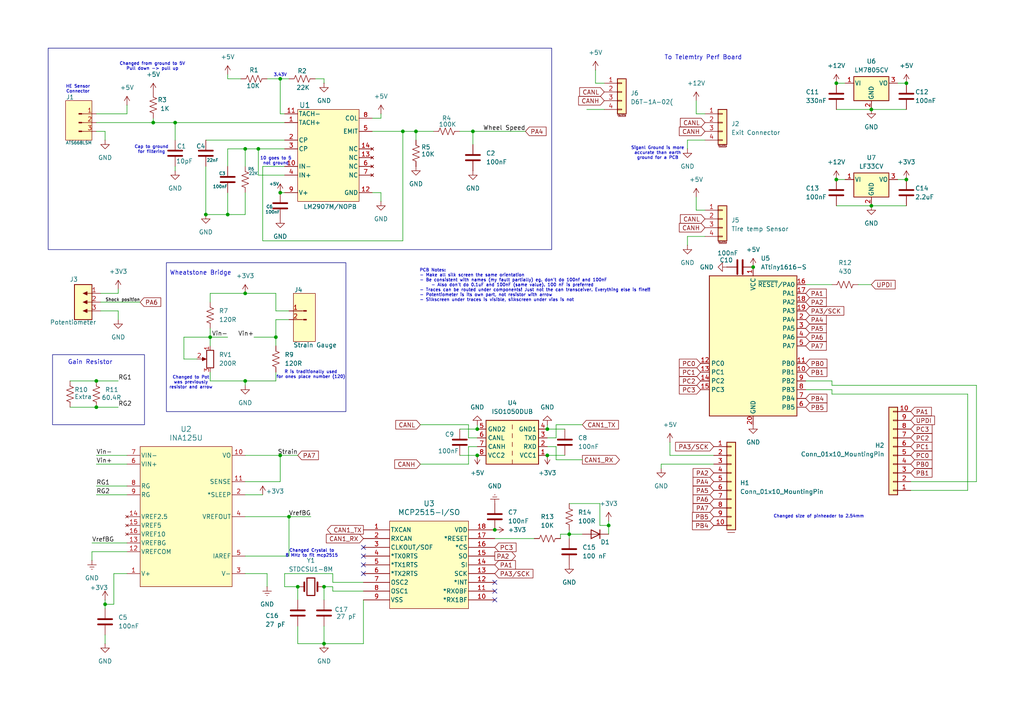
<source format=kicad_sch>
(kicad_sch (version 20231120) (generator "eeschema") (generator_version "8.0")
  (paper "A4")
  (title_block (title "Peripheral Board") (date "2025-02-23") (rev "2.10"))
  (junction (at 138.43 124.46))
  (junction (at 262.89 52.07))
  (junction (at 59.69 62.23))
  (junction (at 93.98 170.18))
  (junction (at 71.12 43.18))
  (junction (at 80.01 97.79))
  (junction (at 93.98 186.69))
  (junction (at 242.57 52.07))
  (junction (at 44.45 35.56))
  (junction (at 165.1 154.94))
  (junction (at 83.82 149.86))
  (junction (at 137.16 38.1))
  (junction (at 81.28 132.08))
  (junction (at 143.51 153.67))
  (junction (at 81.28 55.88))
  (junction (at 86.36 170.18))
  (junction (at 158.75 132.08))
  (junction (at 66.04 62.23))
  (junction (at 242.57 24.13))
  (junction (at 252.73 59.69))
  (junction (at 262.89 24.13))
  (junction (at 176.53 152.4))
  (junction (at 218.44 77.47))
  (junction (at 138.43 132.08))
  (junction (at 74.93 43.18))
  (junction (at 116.84 38.1))
  (junction (at 252.73 31.75))
  (junction (at 71.12 85.09))
  (junction (at 81.28 22.86))
  (junction (at 27.94 118.11))
  (junction (at 158.75 124.46))
  (junction (at 27.94 110.49))
  (junction (at 71.12 110.49))
  (junction (at 120.65 38.1))
  (junction (at 50.8 35.56))
  (junction (at 60.96 97.79))
  (junction (at 30.48 175.26))
  (no_connect (at 143.51 171.45))
  (no_connect (at 105.41 161.29))
  (no_connect (at 105.41 158.75))
  (no_connect (at 105.41 166.37))
  (no_connect (at 105.41 163.83))
  (no_connect (at 143.51 168.91))
  (no_connect (at 143.51 173.99))
  (wire (pts (xy 241.3 111.76) (xy 283.21 111.76)))
  (wire (pts (xy 204.47 33.02) (xy 201.93 33.02)))
  (wire (pts (xy 93.98 186.69) (xy 86.36 186.69)))
  (wire (pts (xy 241.3 111.76) (xy 241.3 110.49)))
  (wire (pts (xy 283.21 139.7) (xy 264.16 139.7)))
  (wire (pts (xy 60.96 85.09) (xy 60.96 87.63)))
  (wire (pts (xy 161.29 123.19) (xy 168.91 123.19)))
  (wire (pts (xy 165.1 146.05) (xy 173.99 146.05)))
  (wire (pts (xy 36.83 30.48) (xy 36.83 33.02)))
  (wire (pts (xy 71.12 55.88) (xy 71.12 62.23)))
  (wire (pts (xy 33.02 175.26) (xy 30.48 175.26)))
  (wire (pts (xy 93.98 186.69) (xy 105.41 186.69)))
  (wire (pts (xy 36.83 160.02) (xy 26.67 160.02)))
  (wire (pts (xy 207.01 132.08) (xy 194.31 132.08)))
  (wire (pts (xy 20.32 110.49) (xy 27.94 110.49)))
  (wire (pts (xy 20.32 118.11) (xy 27.94 118.11)))
  (wire (pts (xy 81.28 22.86) (xy 81.28 33.02)))
  (wire (pts (xy 242.57 31.75) (xy 252.73 31.75)))
  (wire (pts (xy 158.75 123.19) (xy 158.75 124.46)))
  (wire (pts (xy 66.04 43.18) (xy 66.04 48.26)))
  (wire (pts (xy 96.52 166.37) (xy 82.55 166.37)))
  (wire (pts (xy 162.56 156.21) (xy 162.56 154.94)))
  (wire (pts (xy 260.35 24.13) (xy 262.89 24.13)))
  (wire (pts (xy 69.85 22.86) (xy 66.04 22.86)))
  (wire (pts (xy 175.26 31.75) (xy 170.18 31.75)))
  (wire (pts (xy 176.53 154.94) (xy 176.53 152.4)))
  (wire (pts (xy 105.41 186.69) (xy 105.41 173.99)))
  (wire (pts (xy 93.98 170.18) (xy 93.98 173.99)))
  (wire (pts (xy 80.01 97.79) (xy 80.01 100.33)))
  (wire (pts (xy 71.12 85.09) (xy 60.96 85.09)))
  (wire (pts (xy 137.16 38.1) (xy 133.35 38.1)))
  (wire (pts (xy 83.82 92.71) (xy 80.01 92.71)))
  (wire (pts (xy 60.96 95.25) (xy 60.96 97.79)))
  (wire (pts (xy 116.84 38.1) (xy 120.65 38.1)))
  (wire (pts (xy 82.55 50.8) (xy 74.93 50.8)))
  (wire (pts (xy 27.94 33.02) (xy 36.83 33.02)))
  (wire (pts (xy 27.94 140.97) (xy 36.83 140.97)))
  (wire (pts (xy 83.82 149.86) (xy 83.82 161.29)))
  (wire (pts (xy 120.65 38.1) (xy 120.65 40.64)))
  (wire (pts (xy 26.67 157.48) (xy 36.83 157.48)))
  (wire (pts (xy 138.43 129.54) (xy 135.89 129.54)))
  (wire (pts (xy 110.49 55.88) (xy 107.95 55.88)))
  (wire (pts (xy 76.2 143.51) (xy 71.12 143.51)))
  (wire (pts (xy 280.67 114.3) (xy 280.67 142.24)))
  (wire (pts (xy 86.36 181.61) (xy 86.36 186.69)))
  (wire (pts (xy 110.49 33.02) (xy 110.49 34.29)))
  (wire (pts (xy 27.94 143.51) (xy 36.83 143.51)))
  (wire (pts (xy 66.04 22.86) (xy 66.04 21.59)))
  (wire (pts (xy 175.26 24.13) (xy 172.72 24.13)))
  (wire (pts (xy 283.21 111.76) (xy 283.21 139.7)))
  (wire (pts (xy 34.29 90.17) (xy 34.29 92.71)))
  (wire (pts (xy 120.65 38.1) (xy 125.73 38.1)))
  (wire (pts (xy 71.12 62.23) (xy 66.04 62.23)))
  (wire (pts (xy 82.55 33.02) (xy 81.28 33.02)))
  (wire (pts (xy 252.73 59.69) (xy 262.89 59.69)))
  (wire (pts (xy 204.47 60.96) (xy 201.93 60.96)))
  (wire (pts (xy 29.21 87.63) (xy 40.64 87.63)))
  (wire (pts (xy 30.48 175.26) (xy 30.48 176.53)))
  (wire (pts (xy 71.12 132.08) (xy 81.28 132.08)))
  (wire (pts (xy 66.04 62.23) (xy 59.69 62.23)))
  (wire (pts (xy 83.82 90.17) (xy 80.01 90.17)))
  (wire (pts (xy 137.16 41.91) (xy 137.16 38.1)))
  (wire (pts (xy 204.47 40.64) (xy 199.39 40.64)))
  (wire (pts (xy 77.47 166.37) (xy 71.12 166.37)))
  (wire (pts (xy 96.52 170.18) (xy 96.52 171.45)))
  (wire (pts (xy 133.35 132.08) (xy 138.43 132.08)))
  (wire (pts (xy 280.67 142.24) (xy 264.16 142.24)))
  (wire (pts (xy 71.12 43.18) (xy 74.93 43.18)))
  (wire (pts (xy 116.84 69.85) (xy 116.84 38.1)))
  (wire (pts (xy 201.93 33.02) (xy 201.93 29.21)))
  (wire (pts (xy 81.28 22.86) (xy 83.82 22.86)))
  (wire (pts (xy 60.96 97.79) (xy 53.34 97.79)))
  (wire (pts (xy 158.75 132.08) (xy 163.83 132.08)))
  (wire (pts (xy 165.1 153.67) (xy 165.1 154.94)))
  (wire (pts (xy 172.72 24.13) (xy 172.72 20.32)))
  (wire (pts (xy 248.92 82.55) (xy 252.73 82.55)))
  (wire (pts (xy 199.39 40.64) (xy 199.39 43.18)))
  (wire (pts (xy 135.89 134.62) (xy 121.92 134.62)))
  (wire (pts (xy 242.57 59.69) (xy 252.73 59.69)))
  (wire (pts (xy 77.47 170.18) (xy 77.47 166.37)))
  (wire (pts (xy 36.83 166.37) (xy 33.02 166.37)))
  (wire (pts (xy 81.28 55.88) (xy 82.55 55.88)))
  (wire (pts (xy 59.69 48.26) (xy 59.69 62.23)))
  (wire (pts (xy 173.99 146.05) (xy 173.99 152.4)))
  (wire (pts (xy 93.98 22.86) (xy 93.98 24.13)))
  (wire (pts (xy 53.34 104.14) (xy 57.15 104.14)))
  (wire (pts (xy 241.3 114.3) (xy 241.3 113.03)))
  (wire (pts (xy 71.12 139.7) (xy 81.28 139.7)))
  (wire (pts (xy 242.57 24.13) (xy 245.11 24.13)))
  (wire (pts (xy 252.73 31.75) (xy 262.89 31.75)))
  (wire (pts (xy 173.99 152.4) (xy 176.53 152.4)))
  (wire (pts (xy 73.66 97.79) (xy 80.01 97.79)))
  (wire (pts (xy 96.52 171.45) (xy 105.41 171.45)))
  (wire (pts (xy 143.51 156.21) (xy 154.94 156.21)))
  (wire (pts (xy 165.1 156.21) (xy 165.1 154.94)))
  (wire (pts (xy 81.28 139.7) (xy 81.28 132.08)))
  (wire (pts (xy 233.68 82.55) (xy 241.3 82.55)))
  (wire (pts (xy 207.01 134.62) (xy 191.77 134.62)))
  (wire (pts (xy 135.89 123.19) (xy 121.92 123.19)))
  (wire (pts (xy 110.49 58.42) (xy 110.49 55.88)))
  (wire (pts (xy 60.96 110.49) (xy 71.12 110.49)))
  (wire (pts (xy 60.96 97.79) (xy 60.96 100.33)))
  (wire (pts (xy 30.48 38.1) (xy 30.48 40.64)))
  (wire (pts (xy 76.2 69.85) (xy 116.84 69.85)))
  (wire (pts (xy 50.8 35.56) (xy 50.8 40.64)))
  (wire (pts (xy 241.3 110.49) (xy 233.68 110.49)))
  (wire (pts (xy 241.3 114.3) (xy 280.67 114.3)))
  (wire (pts (xy 44.45 34.29) (xy 44.45 35.56)))
  (wire (pts (xy 90.17 149.86) (xy 83.82 149.86)))
  (wire (pts (xy 34.29 83.82) (xy 34.29 85.09)))
  (wire (pts (xy 199.39 68.58) (xy 199.39 71.12)))
  (wire (pts (xy 161.29 133.35) (xy 168.91 133.35)))
  (wire (pts (xy 158.75 127) (xy 161.29 127)))
  (wire (pts (xy 71.12 110.49) (xy 71.12 111.76)))
  (wire (pts (xy 26.67 160.02) (xy 26.67 162.56)))
  (wire (pts (xy 34.29 85.09) (xy 29.21 85.09)))
  (wire (pts (xy 27.94 35.56) (xy 44.45 35.56)))
  (wire (pts (xy 50.8 48.26) (xy 50.8 49.53)))
  (wire (pts (xy 93.98 181.61) (xy 93.98 186.69)))
  (wire (pts (xy 158.75 129.54) (xy 161.29 129.54)))
  (wire (pts (xy 162.56 154.94) (xy 165.1 154.94)))
  (wire (pts (xy 107.95 38.1) (xy 116.84 38.1)))
  (wire (pts (xy 86.36 170.18) (xy 86.36 173.99)))
  (wire (pts (xy 204.47 68.58) (xy 199.39 68.58)))
  (wire (pts (xy 161.29 129.54) (xy 161.29 133.35)))
  (wire (pts (xy 27.94 110.49) (xy 34.29 110.49)))
  (wire (pts (xy 133.35 124.46) (xy 138.43 124.46)))
  (wire (pts (xy 176.53 152.4) (xy 176.53 151.13)))
  (wire (pts (xy 66.04 97.79) (xy 60.96 97.79)))
  (wire (pts (xy 27.94 38.1) (xy 30.48 38.1)))
  (wire (pts (xy 71.12 43.18) (xy 71.12 48.26)))
  (wire (pts (xy 138.43 127) (xy 135.89 127)))
  (wire (pts (xy 82.55 166.37) (xy 82.55 170.18)))
  (wire (pts (xy 83.82 161.29) (xy 71.12 161.29)))
  (wire (pts (xy 80.01 85.09) (xy 71.12 85.09)))
  (wire (pts (xy 29.21 90.17) (xy 34.29 90.17)))
  (wire (pts (xy 91.44 22.86) (xy 93.98 22.86)))
  (wire (pts (xy 66.04 55.88) (xy 66.04 62.23)))
  (wire (pts (xy 135.89 127) (xy 135.89 123.19)))
  (wire (pts (xy 260.35 52.07) (xy 262.89 52.07)))
  (wire (pts (xy 76.2 48.26) (xy 76.2 69.85)))
  (wire (pts (xy 59.69 40.64) (xy 82.55 40.64)))
  (wire (pts (xy 74.93 43.18) (xy 74.93 50.8)))
  (wire (pts (xy 27.94 134.62) (xy 36.83 134.62)))
  (wire (pts (xy 27.94 118.11) (xy 34.29 118.11)))
  (wire (pts (xy 80.01 92.71) (xy 80.01 97.79)))
  (wire (pts (xy 71.12 149.86) (xy 83.82 149.86)))
  (wire (pts (xy 81.28 132.08) (xy 86.36 132.08)))
  (wire (pts (xy 60.96 107.95) (xy 60.96 110.49)))
  (wire (pts (xy 77.47 22.86) (xy 81.28 22.86)))
  (wire (pts (xy 158.75 124.46) (xy 163.83 124.46)))
  (wire (pts (xy 50.8 35.56) (xy 82.55 35.56)))
  (wire (pts (xy 137.16 38.1) (xy 152.4 38.1)))
  (wire (pts (xy 53.34 97.79) (xy 53.34 104.14)))
  (wire (pts (xy 93.98 170.18) (xy 96.52 170.18)))
  (wire (pts (xy 233.68 113.03) (xy 241.3 113.03)))
  (wire (pts (xy 191.77 134.62) (xy 191.77 135.89)))
  (wire (pts (xy 161.29 127) (xy 161.29 123.19)))
  (wire (pts (xy 242.57 52.07) (xy 245.11 52.07)))
  (wire (pts (xy 110.49 34.29) (xy 107.95 34.29)))
  (wire (pts (xy 194.31 132.08) (xy 194.31 128.27)))
  (wire (pts (xy 165.1 154.94) (xy 168.91 154.94)))
  (wire (pts (xy 74.93 43.18) (xy 82.55 43.18)))
  (wire (pts (xy 33.02 166.37) (xy 33.02 175.26)))
  (wire (pts (xy 138.43 123.19) (xy 138.43 124.46)))
  (wire (pts (xy 82.55 170.18) (xy 86.36 170.18)))
  (wire (pts (xy 71.12 110.49) (xy 80.01 110.49)) (stroke (width 0) (color 0 132 0 1)))
  (wire (pts (xy 30.48 173.99) (xy 30.48 175.26)))
  (wire (pts (xy 27.94 132.08) (xy 36.83 132.08)))
  (wire (pts (xy 135.89 129.54) (xy 135.89 134.62)))
  (wire (pts (xy 80.01 90.17) (xy 80.01 85.09)))
  (wire (pts (xy 80.01 107.95) (xy 80.01 110.49)))
  (wire (pts (xy 44.45 35.56) (xy 50.8 35.56)))
  (wire (pts (xy 71.12 43.18) (xy 66.04 43.18)))
  (wire (pts (xy 105.41 168.91) (xy 96.52 168.91)))
  (wire (pts (xy 30.48 184.15) (xy 30.48 186.69)))
  (wire (pts (xy 82.55 48.26) (xy 76.2 48.26)))
  (wire (pts (xy 201.93 60.96) (xy 201.93 57.15)))
  (wire (pts (xy 96.52 168.91) (xy 96.52 166.37)))
  (rectangle (start 85.09 85.09) (end 91.44 99.06) (stroke (width 0) (color 132 0 0 1)) (fill (type color) (color 255 255 194 1)))
  (rectangle (start 15.24 102.87) (end 41.91 123.19) (stroke (width 0) (color 0 0 132 1)))
  (rectangle (start 48.26 76.2) (end 100.33 119.38) (stroke (width 0) (color 0 0 132 1)))
  (rectangle (start 13.97 13.97) (end 160.02 72.39) (stroke (width 0) (color 0 0 132 1)))
  (text "" (at 23.114 45.212 0) (effects (font (size 0.889 0.889))))
  (text "Changed size of pinheader to 2.54mm" (at 237.49 149.86 0) (effects (font (size 0.889 0.889))))
  (text "Cap to ground\nfor filtering" (at 43.942 43.434 0) (effects (font (size 0.889 0.889))))
  (text "HE Sensor\nConnector" (at 22.606 25.908 0) (effects (font (size 0.889 0.889))))
  (text "To Telemtry Perf Board\n" (at 203.962 16.764 0) (effects (font (size 1.27 1.27))))
  (text "Gain Resistor\n" (at 26.162 105.156 0) (effects (font (size 1.27 1.27))))
  (text "Changed to Pot\nwas previously\nresistor and arrow" (at 55.372 110.998 0) (effects (font (size 0.889 0.889))))
  (text "" (at 88.392 30.48 0) (effects (font (size 1.27 1.27))))
  (text "PCB Notes:\n- Make all silk screen the same orientation\n- Be consistent with names (my fault partially) eg. don't do 100nf and 100nF\n	- Also don't do 0.1uF and 100nF (same value). 100 nF is preferred\n- Traces can be routed under components! Just not the can transceiver. Everything else is fine!!\n- Potentiometer is its own part, not resistor with arrow\n- Silkscreen under traces is visible, silkscreen under vias is not\n" (at 121.666 82.804 0) (effects (font (size 0.889 0.889)) (justify left)))
  (text "Changed from ground to 5V\nPull down -> pull up" (at 44.196 19.304 0) (effects (font (size 0.889 0.889))))
  (text "10 goes to 5\nnot ground" (at 80.01 46.736 0) (effects (font (size 0.889 0.889))))
  (text "Changed Crystal to\n8 MHz to fit mcp2515" (at 90.424 160.528 0) (effects (font (size 0.889 0.889))))
  (text "R is traditionally used\nfor ones place number (120)" (at 90.17 108.712 0) (effects (font (size 0.889 0.889))))
  (text "Siganl Ground is more\naccurate than earth\nground for a PCB" (at 190.754 44.45 0) (effects (font (size 0.889 0.889))))
  (text "Wheatstone Bridge\n" (at 58.166 79.248 0) (effects (font (size 1.27 1.27))))
  (text "3.43V" (at 81.28 21.844 0) (effects (font (size 0.889 0.889))))
  (label "Vin-" (at 66.04 97.79 180))
  (label "RG2" (at 27.94 143.51 0))
  (label "Shock position" (at 40.64 87.63 180) (effects (font (size 0.889 0.889))))
  (label "VrefBG" (at 26.67 157.48 0))
  (label "Vin+" (at 27.94 134.62 0))
  (label "Vin-" (at 27.94 132.08 0))
  (label "VrefBG" (at 90.17 149.86 180))
  (label "Strain" (at 86.36 132.08 180))
  (label "Wheel Speed" (at 152.4 38.1 180))
  (label "RG2" (at 34.29 118.11 0))
  (label "Vin+" (at 73.66 97.79 180))
  (label "RG1" (at 34.29 110.49 0))
  (label "RG1" (at 27.94 140.97 0))
  (global_label "CANL" (shape input) (at 204.47 35.56 180) (property "Intersheetrefs" "${INTERSHEET_REFS}" (effects (hide yes))))
  (global_label "CANH" (shape input) (at 121.92 134.62 180) (property "Intersheetrefs" "${INTERSHEET_REFS}" (effects (hide yes))))
  (global_label "PC2" (shape input) (at 203.2 110.49 180) (property "Intersheetrefs" "${INTERSHEET_REFS}" (effects (hide yes))))
  (global_label "PC3" (shape input) (at 203.2 113.03 180) (property "Intersheetrefs" "${INTERSHEET_REFS}" (effects (hide yes))))
  (global_label "PA6" (shape input) (at 40.64 87.63 0) (property "Intersheetrefs" "${INTERSHEET_REFS}" (effects (hide yes))))
  (global_label "PA4" (shape input) (at 233.68 92.71 0) (property "Intersheetrefs" "${INTERSHEET_REFS}" (effects (hide yes))))
  (global_label "CAN1_TX" (shape output) (at 105.41 153.67 180) (property "Intersheetrefs" "${INTERSHEET_REFS}" (effects (hide yes))))
  (global_label "PA2" (shape input) (at 233.68 87.63 0) (property "Intersheetrefs" "${INTERSHEET_REFS}" (effects (hide yes))))
  (global_label "PB4" (shape input) (at 207.01 152.4 180) (property "Intersheetrefs" "${INTERSHEET_REFS}" (effects (hide yes))))
  (global_label "CANH" (shape input) (at 204.47 66.04 180) (property "Intersheetrefs" "${INTERSHEET_REFS}" (effects (hide yes))))
  (global_label "PA2" (shape input) (at 207.01 137.16 180) (property "Intersheetrefs" "${INTERSHEET_REFS}" (effects (hide yes))))
  (global_label "PA7" (shape input) (at 207.01 147.32 180) (property "Intersheetrefs" "${INTERSHEET_REFS}" (effects (hide yes))))
  (global_label "CANL" (shape input) (at 121.92 123.19 180) (property "Intersheetrefs" "${INTERSHEET_REFS}" (effects (hide yes))))
  (global_label "PC3" (shape input) (at 143.51 158.75 0) (property "Intersheetrefs" "${INTERSHEET_REFS}" (effects (hide yes))))
  (global_label "PA3{slash}SCK" (shape input) (at 207.01 129.54 180) (property "Intersheetrefs" "${INTERSHEET_REFS}" (effects (hide yes))))
  (global_label "PC0" (shape input) (at 264.16 132.08 0) (property "Intersheetrefs" "${INTERSHEET_REFS}" (effects (hide yes))))
  (global_label "PA4" (shape input) (at 207.01 139.7 180) (property "Intersheetrefs" "${INTERSHEET_REFS}" (effects (hide yes))))
  (global_label "PB5" (shape input) (at 207.01 149.86 180) (property "Intersheetrefs" "${INTERSHEET_REFS}" (effects (hide yes))))
  (global_label "PA5" (shape input) (at 233.68 95.25 0) (property "Intersheetrefs" "${INTERSHEET_REFS}" (effects (hide yes))))
  (global_label "PA5" (shape input) (at 207.01 142.24 180) (property "Intersheetrefs" "${INTERSHEET_REFS}" (effects (hide yes))))
  (global_label "CAN1_TX" (shape input) (at 168.91 123.19 0) (property "Intersheetrefs" "${INTERSHEET_REFS}" (effects (hide yes))))
  (global_label "PC2" (shape input) (at 264.16 127 0) (property "Intersheetrefs" "${INTERSHEET_REFS}" (effects (hide yes))))
  (global_label "PB1" (shape input) (at 233.68 107.95 0) (property "Intersheetrefs" "${INTERSHEET_REFS}" (effects (hide yes))))
  (global_label "PC3" (shape input) (at 264.16 124.46 0) (property "Intersheetrefs" "${INTERSHEET_REFS}" (effects (hide yes))))
  (global_label "PB4" (shape input) (at 233.68 115.57 0) (property "Intersheetrefs" "${INTERSHEET_REFS}" (effects (hide yes))))
  (global_label "CAN1_RX" (shape output) (at 168.91 133.35 0) (property "Intersheetrefs" "${INTERSHEET_REFS}" (effects (hide yes))))
  (global_label "PB1" (shape input) (at 264.16 137.16 0) (property "Intersheetrefs" "${INTERSHEET_REFS}" (effects (hide yes))))
  (global_label "PA7" (shape input) (at 86.36 132.08 0) (property "Intersheetrefs" "${INTERSHEET_REFS}" (effects (hide yes))))
  (global_label "PA6" (shape input) (at 233.68 97.79 0) (property "Intersheetrefs" "${INTERSHEET_REFS}" (effects (hide yes))))
  (global_label "PA1" (shape input) (at 264.16 119.38 0) (property "Intersheetrefs" "${INTERSHEET_REFS}" (effects (hide yes))))
  (global_label "CANH" (shape input) (at 175.26 29.21 180) (property "Intersheetrefs" "${INTERSHEET_REFS}" (effects (hide yes))))
  (global_label "PA6" (shape input) (at 207.01 144.78 180) (property "Intersheetrefs" "${INTERSHEET_REFS}" (effects (hide yes))))
  (global_label "PC1" (shape input) (at 203.2 107.95 180) (property "Intersheetrefs" "${INTERSHEET_REFS}" (effects (hide yes))))
  (global_label "PB0" (shape input) (at 233.68 105.41 0) (property "Intersheetrefs" "${INTERSHEET_REFS}" (effects (hide yes))))
  (global_label "PB0" (shape input) (at 264.16 134.62 0) (property "Intersheetrefs" "${INTERSHEET_REFS}" (effects (hide yes))))
  (global_label "PA2" (shape output) (at 143.51 161.29 0) (property "Intersheetrefs" "${INTERSHEET_REFS}" (effects (hide yes))))
  (global_label "CANL" (shape input) (at 175.26 26.67 180) (property "Intersheetrefs" "${INTERSHEET_REFS}" (effects (hide yes))))
  (global_label "PA4" (shape input) (at 152.4 38.1 0) (property "Intersheetrefs" "${INTERSHEET_REFS}" (effects (hide yes))))
  (global_label "PA1" (shape input) (at 143.51 163.83 0) (property "Intersheetrefs" "${INTERSHEET_REFS}" (effects (hide yes))))
  (global_label "UPDI" (shape input) (at 252.73 82.55 0) (property "Intersheetrefs" "${INTERSHEET_REFS}" (effects (hide yes))))
  (global_label "PA7" (shape input) (at 233.68 100.33 0) (property "Intersheetrefs" "${INTERSHEET_REFS}" (effects (hide yes))))
  (global_label "CANL" (shape input) (at 204.47 63.5 180) (property "Intersheetrefs" "${INTERSHEET_REFS}" (effects (hide yes))))
  (global_label "CAN1_RX" (shape input) (at 105.41 156.21 180) (property "Intersheetrefs" "${INTERSHEET_REFS}" (effects (hide yes))))
  (global_label "PA3{slash}SCK" (shape input) (at 233.68 90.17 0) (property "Intersheetrefs" "${INTERSHEET_REFS}" (effects (hide yes))))
  (global_label "PA3{slash}SCK" (shape input) (at 143.51 166.37 0) (property "Intersheetrefs" "${INTERSHEET_REFS}" (effects (hide yes))))
  (global_label "PB5" (shape input) (at 233.68 118.11 0) (property "Intersheetrefs" "${INTERSHEET_REFS}" (effects (hide yes))))
  (global_label "UPDI" (shape input) (at 264.16 121.92 0) (property "Intersheetrefs" "${INTERSHEET_REFS}" (effects (hide yes))))
  (global_label "CANH" (shape input) (at 204.47 38.1 180) (property "Intersheetrefs" "${INTERSHEET_REFS}" (effects (hide yes))))
  (global_label "PC0" (shape input) (at 203.2 105.41 180) (property "Intersheetrefs" "${INTERSHEET_REFS}" (effects (hide yes))))
  (global_label "PA1" (shape input) (at 233.68 85.09 0) (property "Intersheetrefs" "${INTERSHEET_REFS}" (effects (hide yes))))
  (global_label "PC1" (shape input) (at 264.16 129.54 0) (property "Intersheetrefs" "${INTERSHEET_REFS}" (effects (hide yes))))
  (symbol (lib_id "power:+5V") (at 110.49 33.02 0) (unit 1)
    (property "Reference" "#PWR05" (effects (hide yes)))
    (property "Value" "+5V" (at 110.49 27.94 0))
    (property "Description" "Power symbol creates a global label with name \"+5V\"" (effects (hide yes)))
  )
  (symbol (lib_id "power:+3V3") (at 71.12 85.09 0) (unit 1)
    (property "Reference" "#PWR016" (effects (hide yes)))
    (property "Value" "+3V3" (at 71.12 80.01 0))
    (property "Description" "Power symbol creates a global label with name \"+3V3\"" (effects (hide yes)))
  )
  (symbol (lib_id "Device:C") (at 214.63 77.47 90) (unit 1)
    (property "Reference" "C10" (at 212.598 75.438 90) (effects (justify left)))
    (property "Value" "100nF" (at 214.122 73.406 90) (effects (justify left)))
    (property "Footprint" "Capacitor_SMD:C_0805_2012Metric_Pad1.18x1.45mm_HandSolder" (effects (hide yes)))
    (property "Description" "Unpolarized capacitor" (effects (hide yes)))
  )
  (symbol (lib_id "Device:R_US") (at 87.63 22.86 90) (unit 1)
    (property "Reference" "R2" (at 87.63 20.574 90))
    (property "Value" "10K" (at 73.406 24.892 90))
    (property "Footprint" "Resistor_SMD:R_0805_2012Metric_Pad1.20x1.40mm_HandSolder" (effects (hide yes)))
    (property "Description" "Resistor, US symbol" (effects (hide yes)))
  )
  (symbol (lib_id "power:GND") (at 158.75 123.19 180) (unit 1)
    (property "Reference" "#PWR029" (effects (hide yes)))
    (property "Value" "GND" (at 158.75 118.11 0))
    (property "Description" "Power symbol creates a global label with name \"GND\" , ground" (effects (hide yes)))
  )
  (symbol (lib_id "Device:R_US") (at 245.11 82.55 90) (unit 1)
    (property "Reference" "R12" (at 245.11 76.2 90))
    (property "Value" "430" (at 245.11 78.74 90))
    (property "Footprint" "Resistor_SMD:R_0805_2012Metric_Pad1.20x1.40mm_HandSolder" (effects (hide yes)))
    (property "Description" "Resistor, US symbol" (effects (hide yes)))
  )
  (symbol (lib_id "power:GND") (at 30.48 186.69 0) (unit 1)
    (property "Reference" "#PWR020" (effects (hide yes)))
    (property "Value" "GND" (at 30.48 191.77 0))
    (property "Description" "Power symbol creates a global label with name \"GND\" , ground" (effects (hide yes)))
  )
  (symbol (lib_id "Device:C") (at 66.04 52.07 0) (unit 1)
    (property "Reference" "C3" (at 63.5 50.292 0) (effects (font (size 0.889 0.889)) (justify left)))
    (property "Value" "100nF" (at 61.722 54.102 0) (effects (font (size 0.889 0.889)) (justify left)))
    (property "Footprint" "Capacitor_SMD:C_0805_2012Metric_Pad1.18x1.45mm_HandSolder" (effects (hide yes)))
    (property "Description" "Unpolarized capacitor" (effects (hide yes)))
  )
  (symbol (lib_id "Device:R_US") (at 71.12 52.07 0) (unit 1)
    (property "Reference" "R6" (at 71.882 49.022 0) (effects (font (size 0.889 0.889)) (justify left)))
    (property "Value" "22K" (at 72.136 50.292 0) (effects (font (size 0.889 0.889)) (justify left)))
    (property "Footprint" "Resistor_SMD:R_0805_2012Metric_Pad1.20x1.40mm_HandSolder" (effects (hide yes)))
    (property "Description" "Resistor, US symbol" (effects (hide yes)))
  )
  (symbol (lib_id "power:+3.3V") (at 176.53 151.13 0) (unit 1)
    (property "Reference" "#PWR042" (effects (hide yes)))
    (property "Value" "+3V3" (at 176.53 146.05 0))
    (property "Description" "Power symbol creates a global label with name \"+3.3V\"" (effects (hide yes)))
  )
  (symbol (lib_id "power:GND") (at 165.1 163.83 0) (unit 1)
    (property "Reference" "#PWR027" (effects (hide yes)))
    (property "Value" "GND" (at 165.1 168.91 0))
    (property "Description" "Power symbol creates a global label with name \"GND\" , ground" (effects (hide yes)))
  )
  (symbol (lib_id "power:+5V") (at 262.89 24.13 0) (unit 1)
    (property "Reference" "#PWR038" (effects (hide yes)))
    (property "Value" "+5V" (at 262.89 19.05 0))
  )
  (symbol (lib_id "Device:C") (at 50.8 44.45 0) (unit 1)
    (property "Reference" "C1" (at 51.308 42.418 0) (effects (justify left)))
    (property "Value" "10pF" (at 51.054 46.736 0) (effects (justify left)))
    (property "Footprint" "Capacitor_SMD:C_0805_2012Metric_Pad1.18x1.45mm_HandSolder" (effects (hide yes)))
    (property "Description" "Unpolarized capacitor" (effects (hide yes)))
  )
  (symbol (lib_id "power:+3V3") (at 158.75 132.08 180) (unit 1)
    (property "Reference" "#PWR031" (effects (hide yes)))
    (property "Value" "+3V3" (at 158.75 137.16 0))
    (property "Description" "Power symbol creates a global label with name \"+3V3\"" (effects (hide yes)))
  )
  (symbol (lib_id "power:+3V3") (at 30.48 173.99 0) (unit 1)
    (property "Reference" "#PWR019" (effects (hide yes)))
    (property "Value" "+3V3" (at 28.702 170.434 0))
    (property "Description" "Power symbol creates a global label with name \"+3V3\"" (effects (hide yes)))
  )
  (symbol (lib_id "power:GND") (at 252.73 59.69 0) (unit 1)
    (property "Reference" "#PWR040" (effects (hide yes)))
    (property "Value" "GND" (at 252.73 64.77 0))
  )
  (symbol (lib_id "MCU_Microchip_ATtiny:ATtiny1616-S") (at 218.44 100.33 0) (unit 1)
    (property "Reference" "U5" (at 220.6341 74.93 0) (effects (justify left)))
    (property "Value" "ATtiny1616-S" (at 220.6341 77.47 0) (effects (justify left)))
    (property "Footprint" "Package_SO:SOIC-20W_7.5x12.8mm_P1.27mm" (effects (hide yes)))
    (property "Datasheet" "http://ww1.microchip.com/downloads/en/DeviceDoc/ATtiny3216_ATtiny1616-data-sheet-40001997B.pdf" (effects (hide yes)))
    (property "Description" "20MHz, 16kB Flash, 2kB SRAM, 256B EEPROM, SOIC-20" (effects (hide yes)))
  )
  (symbol (lib_id "power:GND") (at 252.73 31.75 0) (unit 1)
    (property "Reference" "#PWR037" (effects (hide yes)))
    (property "Value" "GND" (at 252.73 36.83 0))
  )
  (symbol (lib_id "Device:R_US") (at 80.01 104.14 0) (unit 1)
    (property "Reference" "R9" (at 82.55 102.8699 0) (effects (justify left)))
    (property "Value" "120R" (at 82.55 105.4099 0) (effects (justify left)))
    (property "Footprint" "Resistor_SMD:R_0805_2012Metric_Pad1.20x1.40mm_HandSolder" (effects (hide yes)))
    (property "Description" "Resistor, US symbol" (effects (hide yes)))
  )
  (symbol (lib_id "power:GNDREF") (at 143.51 146.05 180) (unit 1)
    (property "Reference" "#PWR025" (effects (hide yes)))
    (property "Value" "GND" (at 143.51 140.97 0))
    (property "Description" "Power symbol creates a global label with name \"GNDREF\" , reference supply ground" (effects (hide yes)))
  )
  (symbol (lib_id "Device:C") (at 163.83 128.27 0) (unit 1)
    (property "Reference" "C8" (at 167.64 126.9999 0) (effects (justify left)))
    (property "Value" "100nF" (at 167.64 129.5399 0) (effects (justify left)))
    (property "Footprint" "Capacitor_SMD:C_0805_2012Metric_Pad1.18x1.45mm_HandSolder" (effects (hide yes)))
    (property "Description" "Unpolarized capacitor" (effects (hide yes)))
  )
  (symbol (lib_id "Regulator_Linear:LM7805_TO220") (at 252.73 52.07 0) (unit 1)
    (property "Reference" "U7" (at 252.73 45.72 0))
    (property "Value" "LF33CV" (at 252.73 48.26 0))
    (property "Footprint" "Package_TO_SOT_THT:TO-220-3_Vertical" (effects (hide yes)))
    (property "Datasheet" "https://www.onsemi.cn/PowerSolutions/document/MC7800-D.PDF" (effects (hide yes)))
  )
  (symbol (lib_id "power:+5V") (at 81.28 55.88 0) (unit 1)
    (property "Reference" "#PWR08" (effects (hide yes)))
    (property "Value" "+5V" (at 79.502 53.34 0) (effects (font (size 0.889 0.889))))
    (property "Description" "Power symbol creates a global label with name \"+5V\"" (effects (hide yes)))
  )
  (symbol (lib_id "Device:R_US") (at 44.45 30.48 0) (unit 1)
    (property "Reference" "R3" (at 45.72 28.956 0) (effects (justify left)))
    (property "Value" "1K" (at 46.482 31.496 0) (effects (justify left)))
    (property "Footprint" "Resistor_SMD:R_0805_2012Metric_Pad1.20x1.40mm_HandSolder" (effects (hide yes)))
    (property "Description" "Resistor, US symbol" (effects (hide yes)))
  )
  (symbol (lib_id "Device:C") (at 86.36 177.8 0) (unit 1)
    (property "Reference" "C16" (at 76.962 178.562 0) (effects (justify left)))
    (property "Value" "27 pF" (at 76.962 181.102 0) (effects (justify left)))
    (property "Footprint" "Capacitor_SMD:C_0805_2012Metric_Pad1.18x1.45mm_HandSolder" (effects (hide yes)))
    (property "Description" "Unpolarized capacitor" (effects (hide yes)))
  )
  (symbol (lib_id "power:+3V3") (at 76.2 143.51 0) (unit 1)
    (property "Reference" "#PWR021" (effects (hide yes)))
    (property "Value" "+3V3" (at 79.756 142.494 0))
    (property "Description" "Power symbol creates a global label with name \"+3V3\"" (effects (hide yes)))
  )
  (symbol (lib_id "Device:C") (at 59.69 44.45 0) (unit 1)
    (property "Reference" "C4" (at 56.896 42.418 0) (effects (justify left)))
    (property "Value" "22nF" (at 59.944 46.482 0) (effects (font (size 0.889 0.889)) (justify left)))
    (property "Footprint" "Capacitor_SMD:C_0805_2012Metric_Pad1.18x1.45mm_HandSolder" (effects (hide yes)))
    (property "Description" "Unpolarized capacitor" (effects (hide yes)))
  )
  (symbol (lib_id "Device:C") (at 242.57 27.94 0) (unit 1)
    (property "Reference" "C11" (at 233.68 26.67 0) (effects (justify left)))
    (property "Value" "330nF" (at 233.68 29.21 0) (effects (justify left)))
    (property "Footprint" "Capacitor_SMD:C_0805_2012Metric_Pad1.18x1.45mm_HandSolder" (effects (hide yes)))
    (property "Datasheet" "https://mm.digikey.com/Volume0/opasdata/d220001/medias/docus/4262/0805B334K250CC.pdf" (effects (hide yes)))
  )
  (symbol (lib_id "Device:C") (at 93.98 177.8 0) (unit 1)
    (property "Reference" "C17" (at 97.028 176.784 0) (effects (justify left)))
    (property "Value" "27 pF" (at 97.536 178.816 0) (effects (justify left)))
    (property "Footprint" "Capacitor_SMD:C_0805_2012Metric_Pad1.18x1.45mm_HandSolder" (effects (hide yes)))
    (property "Description" "Unpolarized capacitor" (effects (hide yes)))
  )
  (symbol (lib_id "power:GND") (at 50.8 49.53 0) (unit 1)
    (property "Reference" "#PWR046" (effects (hide yes)))
    (property "Value" "GND" (at 50.8 54.61 0))
    (property "Description" "Power symbol creates a global label with name \"GND\" , ground" (effects (hide yes)))
  )
  (symbol (lib_id "New_Library:INA125U") (at 24.13 134.62 0) (unit 1)
    (property "Reference" "U2" (at 53.975 124.46 0) (effects (font (size 1.524 1.524))))
    (property "Value" "INA125U" (at 53.975 127 0) (effects (font (size 1.524 1.524))))
    (property "Footprint" "FS_3_Global_Footprint_Library:D16" (effects (hide yes)))
  )
  (symbol (lib_id "power:GND") (at 218.44 123.19 0) (unit 1)
    (property "Reference" "#PWR035" (effects (hide yes)))
    (property "Value" "GND" (at 218.44 128.27 0))
    (property "Description" "Power symbol creates a global label with name \"GND\" , ground" (effects (hide yes)))
  )
  (symbol (lib_id "Device:R_US") (at 129.54 38.1 90) (unit 1)
    (property "Reference" "R4" (at 129.54 34.29 90))
    (property "Value" "100K" (at 129.794 36.068 90))
    (property "Footprint" "Resistor_SMD:R_0805_2012Metric_Pad1.20x1.40mm_HandSolder" (effects (hide yes)))
    (property "Description" "Resistor, US symbol" (effects (hide yes)))
  )
  (symbol (lib_name "Conn_01x02_Pin_1") (lib_id "Connector:Conn_01x02_Pin") (at 88.9 92.71 180) (unit 1)
    (property "Reference" "J4" (at 85.344 84.074 0) (effects (justify right)))
    (property "Value" "Strain Gauge" (at 85.09 100.076 0) (effects (justify right)))
    (property "Footprint" "Molex Nanofit:Molex_Nano-Fit_105309-xx02_1x02_P2.50mm_Vertical" (effects (hide yes)))
    (property "Description" "Generic connector, single row, 01x02, script generated" (effects (hide yes)))
  )
  (symbol (lib_id "power:+12V") (at 201.93 29.21 0) (unit 1)
    (property "Reference" "#PWR013" (effects (hide yes)))
    (property "Value" "+12V" (at 201.93 24.13 0))
    (property "Description" "Power symbol creates a global label with name \"+12V\"" (effects (hide yes)))
  )
  (symbol (lib_id "power:+5V") (at 218.44 77.47 0) (unit 1)
    (property "Reference" "#PWR032" (effects (hide yes)))
    (property "Value" "+5V" (at 218.44 72.39 0))
    (property "Description" "Power symbol creates a global label with name \"+5V\"" (effects (hide yes)))
  )
  (symbol (lib_id "power:+5V") (at 194.31 128.27 0) (unit 1)
    (property "Reference" "#PWR034" (effects (hide yes)))
    (property "Value" "+5V" (at 194.31 123.19 0))
    (property "Description" "Power symbol creates a global label with name \"+5V\"" (effects (hide yes)))
  )
  (symbol (lib_id "power:GND") (at 30.48 40.64 0) (unit 1)
    (property "Reference" "#PWR023" (effects (hide yes)))
    (property "Value" "GND" (at 30.48 45.72 0))
    (property "Description" "Power symbol creates a global label with name \"GND\" , ground" (effects (hide yes)))
  )
  (symbol (lib_id "power:+3V3") (at 143.51 153.67 270) (unit 1)
    (property "Reference" "#PWR026" (effects (hide yes)))
    (property "Value" "+3V3" (at 147.32 153.6699 90) (effects (justify left)))
    (property "Description" "Power symbol creates a global label with name \"+3V3\"" (effects (hide yes)))
  )
  (symbol (lib_id "Device:R_US") (at 120.65 44.45 0) (unit 1)
    (property "Reference" "R5" (at 122.174 42.672 0) (effects (justify left)))
    (property "Value" "10K" (at 122.174 44.704 0) (effects (justify left)))
    (property "Footprint" "Resistor_SMD:R_0805_2012Metric_Pad1.20x1.40mm_HandSolder" (effects (hide yes)))
    (property "Description" "Resistor, US symbol" (effects (hide yes)))
  )
  (symbol (lib_id "Connector_Generic_MountingPin:Conn_01x10_MountingPin") (at 259.08 132.08 180) (unit 1)
    (property "Reference" "H2" (at 256.54 129.1843 0) (effects (justify left)))
    (property "Value" "Conn_01x10_MountingPin" (at 256.54 131.7243 0) (effects (justify left)))
    (property "Footprint" "Connector_PinHeader_2.54mm:PinHeader_1x10_P2.54mm_Vertical" (effects (hide yes)))
    (property "Description" "Generic connectable mounting pin connector, single row, 01x10, script generated (kicad-library-utils/schlib/autogen/connector/)" (effects (hide yes)))
  )
  (symbol (lib_id "power:+5V") (at 138.43 132.08 180) (unit 1)
    (property "Reference" "#PWR030" (effects (hide yes)))
    (property "Value" "+5V" (at 138.43 137.16 0))
    (property "Description" "Power symbol creates a global label with name \"+5V\"" (effects (hide yes)))
  )
  (symbol (lib_id "power:GND") (at 81.28 63.5 0) (unit 1)
    (property "Reference" "#PWR09" (effects (hide yes)))
    (property "Value" "GND" (at 81.28 68.58 0))
    (property "Description" "Power symbol creates a global label with name \"GND\" , ground" (effects (hide yes)))
  )
  (symbol (lib_id "Device:Crystal") (at 90.17 170.18 0) (unit 1)
    (property "Reference" "Y1" (at 90.17 162.56 0))
    (property "Value" "STDCSU1-8M" (at 90.17 165.1 0))
    (property "Footprint" "Crystal:Crystal_SMD_5032-2Pin_5.0x3.2mm_HandSoldering" (effects (hide yes)))
    (property "Datasheet" "https://www.digikey.com/en/products/detail/ndk-nihon-dempa-kogyo-co-ltd/STDCSK4-25M/5022977" (effects (hide yes)))
    (property "Description" "Two pin crystal" (effects (hide yes)))
  )
  (symbol (lib_id "power:+12V") (at 242.57 52.07 0) (unit 1)
    (property "Reference" "#PWR039" (effects (hide yes)))
    (property "Value" "+12V" (at 242.57 46.99 0))
  )
  (symbol (lib_id "power:GND") (at 137.16 49.53 0) (unit 1)
    (property "Reference" "#PWR07" (effects (hide yes)))
    (property "Value" "GND" (at 137.16 54.61 0))
    (property "Description" "Power symbol creates a global label with name \"GND\" , ground" (effects (hide yes)))
  )
  (symbol (lib_id "Device:R_US") (at 73.66 22.86 270) (unit 1)
    (property "Reference" "R1" (at 73.66 20.32 90))
    (property "Value" "22K" (at 87.884 25.4 90))
    (property "Footprint" "Resistor_SMD:R_0805_2012Metric_Pad1.20x1.40mm_HandSolder" (effects (hide yes)))
    (property "Description" "Resistor, US symbol" (effects (hide yes)))
  )
  (symbol (lib_id "power:GND") (at 59.69 62.23 0) (unit 1)
    (property "Reference" "#PWR047" (effects (hide yes)))
    (property "Value" "GND" (at 59.69 67.31 0))
    (property "Description" "Power symbol creates a global label with name \"GND\" , ground" (effects (hide yes)))
  )
  (symbol (lib_id "Device:C") (at 262.89 55.88 0) (unit 1)
    (property "Reference" "C14" (at 265.43 54.61 0) (effects (justify left)))
    (property "Value" "2.2uF" (at 265.43 57.15 0) (effects (justify left)))
    (property "Footprint" "Capacitor_SMD:C_0805_2012Metric_Pad1.18x1.45mm_HandSolder" (effects (hide yes)))
    (property "Datasheet" "https://mm.digikey.com/Volume0/opasdata/d220001/medias/docus/4005/0805B104K101CC.pdf" (effects (hide yes)))
  )
  (symbol (lib_id "power:+5V") (at 44.45 26.67 0) (unit 1)
    (property "Reference" "#PWR02" (effects (hide yes)))
    (property "Value" "+5V" (at 44.45 21.59 0))
    (property "Description" "Power symbol creates a global label with name \"+5V\"" (effects (hide yes)))
  )
  (symbol (lib_id "power:+5V") (at 36.83 30.48 0) (unit 1)
    (property "Reference" "#PWR01" (effects (hide yes)))
    (property "Value" "+5V" (at 36.83 25.4 0))
    (property "Description" "Power symbol creates a global label with name \"+5V\"" (effects (hide yes)))
  )
  (symbol (lib_id "Device:C") (at 81.28 59.69 0) (unit 1)
    (property "Reference" "C6" (at 77.216 59.944 0) (effects (font (size 0.889 0.889)) (justify left)))
    (property "Value" "100nF" (at 76.962 61.468 0) (effects (font (size 0.889 0.889)) (justify left)))
    (property "Footprint" "Capacitor_SMD:C_0805_2012Metric_Pad1.18x1.45mm_HandSolder" (effects (hide yes)))
    (property "Description" "Unpolarized capacitor" (effects (hide yes)))
  )
  (symbol (lib_id "Device:R_US") (at 165.1 149.86 0) (unit 1)
    (property "Reference" "R14" (at 167.64 148.5899 0) (effects (justify left)))
    (property "Value" "100R" (at 167.64 151.1299 0) (effects (justify left)))
    (property "Footprint" "Resistor_SMD:R_0805_2012Metric_Pad1.20x1.40mm_HandSolder" (effects (hide yes)))
    (property "Description" "Resistor, US symbol" (effects (hide yes)))
  )
  (symbol (lib_id "power:GND") (at 93.98 24.13 0) (unit 1)
    (property "Reference" "#PWR04" (effects (hide yes)))
    (property "Value" "GND" (at 93.98 29.21 0))
    (property "Description" "Power symbol creates a global label with name \"GND\" , ground" (effects (hide yes)))
  )
  (symbol (lib_id "FS_3_Global_Symbol_Library:LM2907M_NOPB") (at 86.36 54.61 0) (unit 1)
    (property "Reference" "U1" (at 88.392 30.48 0) (effects (font (size 1.524 1.524))))
    (property "Value" "LM2907M/NOPB" (at 95.758 59.944 0))
    (property "Footprint" "FS_3_Global_Footprint_Library:M14A_TEX" (effects (hide yes)))
  )
  (symbol (lib_id "power:+3V3") (at 34.29 83.82 0) (unit 1)
    (property "Reference" "#PWR011" (effects (hide yes)))
    (property "Value" "+3V3" (at 34.29 78.74 0))
    (property "Description" "Power symbol creates a global label with name \"+3V3\"" (effects (hide yes)))
  )
  (symbol (lib_id "power:GND") (at 34.29 92.71 0) (unit 1)
    (property "Reference" "#PWR012" (effects (hide yes)))
    (property "Value" "GND" (at 34.29 97.79 0))
    (property "Description" "Power symbol creates a global label with name \"GND\" , ground" (effects (hide yes)))
  )
  (symbol (lib_id "power:GNDREF") (at 26.67 162.56 0) (unit 1)
    (property "Reference" "#PWR018" (effects (hide yes)))
    (property "Value" "GND" (at 26.67 167.64 0))
    (property "Description" "Power symbol creates a global label with name \"GNDREF\" , reference supply ground" (effects (hide yes)))
  )
  (symbol (lib_id "FS_3_Global_Symbol_Library:MCP2515-I_SO") (at 105.41 153.67 0) (unit 1)
    (property "Reference" "U3" (at 124.46 146.05 0) (effects (font (size 1.524 1.524))))
    (property "Value" "MCP2515-I/SO" (at 124.46 148.59 0) (effects (font (size 1.524 1.524))))
    (property "Footprint" "Package_SO:SOIC-18W_7.5x11.6mm_P1.27mm" (effects (hide yes)))
    (property "Datasheet" "MCP2515-I/SO" (effects (hide yes)))
    (property "Description" "Stand Alone CAN Controller with SPI" (effects (hide yes)))
  )
  (symbol (lib_id "power:GND") (at 138.43 123.19 180) (unit 1)
    (property "Reference" "#PWR028" (effects (hide yes)))
    (property "Value" "GND" (at 138.43 118.11 0))
    (property "Description" "Power symbol creates a global label with name \"GND\" , ground" (effects (hide yes)))
  )
  (symbol (lib_id "Device:D") (at 172.72 154.94 180) (unit 1)
    (property "Reference" "D1" (at 175.514 157.226 0))
    (property "Value" "D" (effects (hide yes)))
    (property "Footprint" "Diode_SMD:D_0805_2012Metric" (effects (hide yes)))
    (property "Description" "Diode" (effects (hide yes)))
    (property "Sim.Device" "D" (effects (hide yes)))
    (property "Sim.Pins" "1=K 2=A" (effects (hide yes)))
  )
  (symbol (lib_id "Device:C") (at 242.57 55.88 0) (unit 1)
    (property "Reference" "C13" (at 233.68 54.61 0) (effects (justify left)))
    (property "Value" "100nF" (at 233.68 57.15 0) (effects (justify left)))
    (property "Footprint" "Capacitor_SMD:C_0805_2012Metric_Pad1.18x1.45mm_HandSolder" (effects (hide yes)))
    (property "Datasheet" "https://mm.digikey.com/Volume0/opasdata/d220001/medias/docus/4262/0805B334K250CC.pdf" (effects (hide yes)))
  )
  (symbol (lib_id "power:GNDREF") (at 77.47 170.18 0) (unit 1)
    (property "Reference" "#PWR022" (effects (hide yes)))
    (property "Value" "GND" (at 77.47 175.26 0))
    (property "Description" "Power symbol creates a global label with name \"GNDREF\" , reference supply ground" (effects (hide yes)))
  )
  (symbol (lib_id "power:GND") (at 210.82 77.47 270) (unit 1)
    (property "Reference" "#PWR033" (effects (hide yes)))
    (property "Value" "GND" (at 207.01 77.4699 90) (effects (justify right)))
    (property "Description" "Power symbol creates a global label with name \"GND\" , ground" (effects (hide yes)))
  )
  (symbol (lib_id "Device:R_US") (at 60.96 91.44 0) (unit 1)
    (property "Reference" "R7" (at 63.5 90.1699 0) (effects (justify left)))
    (property "Value" "120R" (at 63.5 92.7099 0) (effects (justify left)))
    (property "Footprint" "Resistor_SMD:R_0805_2012Metric_Pad1.20x1.40mm_HandSolder" (effects (hide yes)))
    (property "Description" "Resistor, US symbol" (effects (hide yes)))
  )
  (symbol (lib_id "power:GND") (at 93.98 186.69 0) (unit 1)
    (property "Reference" "#PWR024" (effects (hide yes)))
    (property "Value" "GND" (at 93.98 191.77 0))
    (property "Description" "Power symbol creates a global label with name \"GND\" , ground" (effects (hide yes)))
  )
  (symbol (lib_id "power:GND") (at 199.39 71.12 0) (unit 1)
    (property "Reference" "#PWR014" (effects (hide yes)))
    (property "Value" "GND" (at 199.39 76.2 0))
    (property "Description" "Power symbol creates a global label with name \"GND\" , ground" (effects (hide yes)))
  )
  (symbol (lib_id "Device:C") (at 262.89 27.94 0) (unit 1)
    (property "Reference" "C12" (at 265.43 26.67 0) (effects (justify left)))
    (property "Value" "100nF" (at 265.43 29.21 0) (effects (justify left)))
    (property "Footprint" "Capacitor_SMD:C_0805_2012Metric_Pad1.18x1.45mm_HandSolder" (effects (hide yes)))
    (property "Datasheet" "https://mm.digikey.com/Volume0/opasdata/d220001/medias/docus/4005/0805B104K101CC.pdf" (effects (hide yes)))
  )
  (symbol (lib_id "Device:C") (at 30.48 180.34 0) (unit 1)
    (property "Reference" "C5" (at 34.29 179.0699 0) (effects (justify left)))
    (property "Value" "100nF" (at 34.29 181.6099 0) (effects (justify left)))
    (property "Footprint" "Capacitor_SMD:C_0805_2012Metric_Pad1.18x1.45mm_HandSolder" (effects (hide yes)))
    (property "Description" "Unpolarized capacitor" (effects (hide yes)))
  )
  (symbol (lib_id "Device:R_US") (at 27.94 114.3 0) (unit 1)
    (property "Reference" "R11" (at 30.48 113.0299 0) (effects (justify left)))
    (property "Value" "60.4R" (at 29.464 115.316 0) (effects (justify left)))
    (property "Footprint" "Resistor_SMD:R_0805_2012Metric_Pad1.20x1.40mm_HandSolder" (effects (hide yes)))
    (property "Description" "Resistor, US symbol" (effects (hide yes)))
  )
  (symbol (lib_id "Regulator_Linear:LM7805_TO220") (at 252.73 24.13 0) (unit 1)
    (property "Reference" "U6" (at 252.73 17.78 0))
    (property "Value" "LM7805CV" (at 252.73 20.32 0))
    (property "Footprint" "Package_TO_SOT_THT:TO-220-3_Vertical" (effects (hide yes)))
    (property "Datasheet" "https://www.onsemi.cn/PowerSolutions/document/MC7800-D.PDF" (effects (hide yes)))
  )
  (symbol (lib_id "power:GND") (at 191.77 135.89 0) (unit 1)
    (property "Reference" "#PWR036" (effects (hide yes)))
    (property "Value" "GND" (at 191.77 140.97 0))
    (property "Description" "Power symbol creates a global label with name \"GND\" , ground" (effects (hide yes)))
  )
  (symbol (lib_id "power:GND") (at 110.49 58.42 0) (unit 1)
    (property "Reference" "#PWR010" (effects (hide yes)))
    (property "Value" "GND" (at 110.49 63.5 0))
    (property "Description" "Power symbol creates a global label with name \"GND\" , ground" (effects (hide yes)))
  )
  (symbol (lib_id "Device:C") (at 143.51 149.86 0) (unit 1)
    (property "Reference" "C7" (at 147.32 148.5899 0) (effects (justify left)))
    (property "Value" "100nF" (at 147.32 151.1299 0) (effects (justify left)))
    (property "Footprint" "Capacitor_SMD:C_0805_2012Metric_Pad1.18x1.45mm_HandSolder" (effects (hide yes)))
    (property "Description" "Unpolarized capacitor" (effects (hide yes)))
  )
  (symbol (lib_id "Device:C") (at 133.35 128.27 0) (unit 1)
    (property "Reference" "C9" (at 129.032 125.984 0) (effects (justify left)))
    (property "Value" "100nF" (at 127 130.81 0) (effects (justify left)))
    (property "Footprint" "Capacitor_SMD:C_0805_2012Metric_Pad1.18x1.45mm_HandSolder" (effects (hide yes)))
    (property "Description" "Unpolarized capacitor" (effects (hide yes)))
  )
  (symbol (lib_name "Conn_01x10_MountingPin_1") (lib_id "Connector_Generic_MountingPin:Conn_01x10_MountingPin") (at 212.09 139.7 0) (unit 1)
    (property "Reference" "H1" (at 214.63 140.0555 0) (effects (justify left)))
    (property "Value" "Conn_01x10_MountingPin" (at 214.63 142.5955 0) (effects (justify left)))
    (property "Footprint" "Connector_PinHeader_2.54mm:PinHeader_1x10_P2.54mm_Vertical" (effects (hide yes)))
    (property "Description" "Generic connectable mounting pin connector, single row, 01x10, script generated (kicad-library-utils/schlib/autogen/connector/)" (effects (hide yes)))
  )
  (symbol (lib_name "R_Potentiometer_1") (lib_id "Device:R_Potentiometer") (at 60.96 104.14 0) (mirror y) (unit 1)
    (property "Reference" "RV1" (at 63.5 102.8699 0) (effects (justify right)))
    (property "Value" "200R" (at 63.5 105.4099 0) (effects (justify right)))
    (property "Footprint" "Potentiometer_THT:Potentiometer_Bourns_3296W_Vertical" (effects (hide yes)))
    (property "Description" "Potentiometer" (effects (hide yes)))
  )
  (symbol (lib_id "Device:R_US") (at 20.32 114.3 0) (unit 1)
    (property "Reference" "R10" (at 21.59 113.03 0) (effects (justify left)))
    (property "Value" "Extra" (at 21.59 115.062 0) (effects (justify left)))
    (property "Footprint" "Resistor_SMD:R_0805_2012Metric_Pad1.20x1.40mm_HandSolder" (effects (hide yes)))
    (property "Description" "Resistor, US symbol" (effects (hide yes)))
  )
  (symbol (lib_id "power:+5V") (at 172.72 20.32 0) (unit 1)
    (property "Reference" "#PWR044" (effects (hide yes)))
    (property "Value" "+5V" (at 172.72 15.24 0))
    (property "Description" "Power symbol creates a global label with name \"+5V\"" (effects (hide yes)))
  )
  (symbol (lib_id "Device:C") (at 137.16 45.72 0) (unit 1)
    (property "Reference" "C2" (at 140.97 44.4499 0) (effects (justify left)))
    (property "Value" "100nF" (at 140.97 46.9899 0) (effects (justify left)))
    (property "Footprint" "Capacitor_SMD:C_0805_2012Metric_Pad1.18x1.45mm_HandSolder" (effects (hide yes)))
    (property "Description" "Unpolarized capacitor" (effects (hide yes)))
  )
  (symbol (lib_id "Connector:Conn_01x03_Pin") (at 22.86 35.56 0) (unit 1)
    (property "Reference" "J1" (at 20.32 28.194 0))
    (property "Value" "ATS668LSM" (at 22.86 41.402 0) (effects (font (size 0.889 0.889))))
    (property "Footprint" "Molex Nanofit:Molex_Nano-Fit_105309-xx03_1x03_P2.50mm_Vertical" (effects (hide yes)))
    (property "Description" "Generic connector, single row, 01x03, script generated" (effects (hide yes)))
  )
  (symbol (lib_id "power:+5V") (at 201.93 57.15 0) (unit 1)
    (property "Reference" "#PWR045" (effects (hide yes)))
    (property "Value" "+5V" (at 201.93 52.07 0))
    (property "Description" "Power symbol creates a global label with name \"+5V\"" (effects (hide yes)))
  )
  (symbol (lib_id "power:+12V") (at 242.57 24.13 0) (unit 1)
    (property "Reference" "#PWR015" (effects (hide yes)))
    (property "Value" "+12V" (at 242.57 19.05 0))
  )
  (symbol (lib_id "Device:R_US") (at 158.75 156.21 90) (unit 1)
    (property "Reference" "R13" (at 158.75 149.86 90))
    (property "Value" "10K" (at 158.75 152.4 90))
    (property "Footprint" "Resistor_SMD:R_0805_2012Metric_Pad1.20x1.40mm_HandSolder" (effects (hide yes)))
    (property "Description" "Resistor, US symbol" (effects (hide yes)))
  )
  (symbol (lib_id "power:+5V") (at 66.04 21.59 0) (unit 1)
    (property "Reference" "#PWR03" (effects (hide yes)))
    (property "Value" "+5V" (at 66.04 16.51 0))
    (property "Description" "Power symbol creates a global label with name \"+5V\"" (effects (hide yes)))
  )
  (symbol (lib_id "Device:C") (at 165.1 160.02 0) (unit 1)
    (property "Reference" "C15" (at 168.91 158.7499 0) (effects (justify left)))
    (property "Value" "100 nF" (at 168.91 161.2899 0) (effects (justify left)))
    (property "Footprint" "Capacitor_SMD:C_0805_2012Metric_Pad1.18x1.45mm_HandSolder" (effects (hide yes)))
    (property "Description" "Unpolarized capacitor" (effects (hide yes)))
  )
  (symbol (lib_id "Device:R_Potentiometer") (at 25.4 88.9 0) (unit 1)
    (property "Reference" "J3" (at 22.606 81.026 0) (effects (justify right)))
    (property "Value" "Potentiometer" (at 27.94 93.472 0) (effects (justify right)))
    (property "Footprint" "Molex Nanofit:Molex_Nano-Fit_105309-xx03_1x03_P2.50mm_Vertical" (effects (hide yes)))
    (property "Description" "Potentiometer" (effects (hide yes)))
  )
  (symbol (lib_id "Interface_CAN_LIN:ISO1050DUB") (at 148.59 129.54 180) (unit 1)
    (property "Reference" "U4" (at 148.59 116.84 0))
    (property "Value" "ISO1050DUB" (at 148.59 119.38 0))
    (property "Footprint" "Package_SO:SOP-8_6.62x9.15mm_P2.54mm" (effects (hide yes)))
    (property "Datasheet" "http://www.ti.com/lit/ds/symlink/iso1050.pdf" (effects (hide yes)))
    (property "Description" "Isolated CAN Transceiver, SOP-8" (effects (hide yes)))
  )
  (symbol (lib_id "power:+5V") (at 262.89 52.07 0) (unit 1)
    (property "Reference" "#PWR041" (effects (hide yes)))
    (property "Value" "+3V3" (at 262.89 46.99 0))
  )
  (symbol (lib_id "Connector_Generic_MountingPin:Conn_01x04_MountingPin") (at 209.55 63.5 0) (unit 1)
    (property "Reference" "J5" (at 212.09 63.8555 0) (effects (justify left)))
    (property "Value" "Tire temp Sensor" (at 212.09 66.3955 0) (effects (justify left)))
    (property "Footprint" "Molex Nanofit:Molex_Nano-Fit_105309-xx04_1x04_P2.50mm_Vertical" (effects (hide yes)))
    (property "Description" "Generic connectable mounting pin connector, single row, 01x04, script generated (kicad-library-utils/schlib/autogen/connector/)" (effects (hide yes)))
  )
  (symbol (lib_id "power:GND") (at 71.12 111.76 0) (unit 1)
    (property "Reference" "#PWR017" (effects (hide yes)))
    (property "Value" "GND" (at 71.12 116.84 0))
    (property "Description" "Power symbol creates a global label with name \"GND\" , ground" (effects (hide yes)))
  )
  (symbol (lib_id "Connector_Generic_MountingPin:Conn_01x04_MountingPin") (at 209.55 35.56 0) (unit 1)
    (property "Reference" "J2" (at 212.09 35.9155 0) (effects (justify left)))
    (property "Value" "Exit Connector" (at 212.09 38.4555 0) (effects (justify left)))
    (property "Footprint" "Molex Nanofit:Molex_Nano-Fit_105309-xx04_1x04_P2.50mm_Vertical" (effects (hide yes)))
    (property "Description" "Generic connectable mounting pin connector, single row, 01x04, script generated (kicad-library-utils/schlib/autogen/connector/)" (effects (hide yes)))
  )
  (symbol (lib_id "power:GND") (at 120.65 48.26 0) (unit 1)
    (property "Reference" "#PWR06" (effects (hide yes)))
    (property "Value" "GND" (at 120.65 53.34 0))
    (property "Description" "Power symbol creates a global label with name \"GND\" , ground" (effects (hide yes)))
  )
  (symbol (lib_id "power:GND") (at 199.39 43.18 0) (unit 1)
    (property "Reference" "#PWR043" (effects (hide yes)))
    (property "Value" "GND" (at 199.39 48.26 0))
    (property "Description" "Power symbol creates a global label with name \"GND\" , ground" (effects (hide yes)))
  )
  (symbol (lib_id "Connector_Generic_MountingPin:Conn_01x04_MountingPin") (at 180.34 26.67 0) (unit 1)
    (property "Reference" "J6" (at 182.88 27.0255 0) (effects (justify left)))
    (property "Value" "D6T-1A-02(" (at 182.88 29.5655 0) (effects (justify left)))
    (property "Footprint" "Molex Nanofit:Molex_Nano-Fit_105309-xx04_1x04_P2.50mm_Vertical" (effects (hide yes)))
    (property "Description" "Generic connectable mounting pin connector, single row, 01x04, script generated (kicad-library-utils/schlib/autogen/connector/)" (effects (hide yes)))
  )
)
</source>
